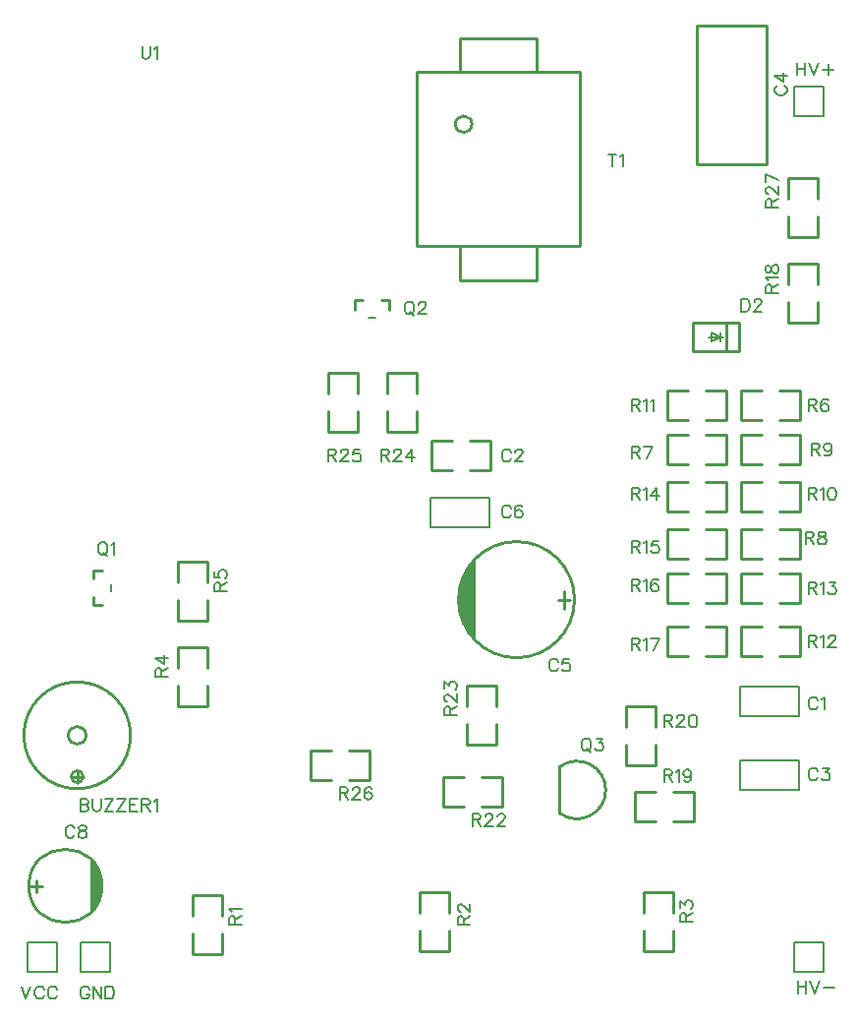
<source format=gto>
G04 ---------------------------- Layer name :TOP SILK LAYER*
G04 EasyEDA v5.6.10, Thu, 22 Nov 2018 09:31:26 GMT*
G04 a978b3f8f09b4219873cbd73095df268*
G04 Gerber Generator version 0.2*
G04 Scale: 100 percent, Rotated: No, Reflected: No *
G04 Dimensions in inches *
G04 leading zeros omitted , absolute positions ,2 integer and 4 decimal *
%FSLAX24Y24*%
%MOIN*%
G90*
G70D02*

%ADD10C,0.010000*%
%ADD13C,0.008000*%
%ADD29C,0.007874*%
%ADD30C,0.007900*%
%ADD31C,0.007992*%
%ADD32C,0.005000*%
%ADD33C,0.007000*%

%LPD*%
G54D10*
G01X2600Y8500D02*
G01X2200Y8500D01*
G01X2400Y8300D02*
G01X2400Y8700D01*
G01X7300Y3800D02*
G01X7300Y4500D01*
G01X6300Y4500D01*
G01X6300Y3800D01*
G01X6300Y3200D02*
G01X6300Y2500D01*
G01X7300Y2500D01*
G01X7300Y3200D01*
G01X15000Y3900D02*
G01X15000Y4600D01*
G01X14000Y4600D01*
G01X14000Y3900D01*
G01X14000Y3300D02*
G01X14000Y2600D01*
G01X15000Y2600D01*
G01X15000Y3300D01*
G01X22600Y3900D02*
G01X22600Y4600D01*
G01X21600Y4600D01*
G01X21600Y3900D01*
G01X21600Y3300D02*
G01X21600Y2600D01*
G01X22600Y2600D01*
G01X22600Y3300D01*
G01X12714Y24655D02*
G01X12975Y24655D01*
G01X12714Y24655D01*
G01X12975Y24655D01*
G01X12975Y24334D01*
G01X11825Y24334D02*
G01X11825Y24655D01*
G01X12085Y24655D01*
G54D29*
G01X12281Y24046D02*
G01X12518Y24046D01*
G54D10*
G01X26200Y20600D02*
G01X26900Y20600D01*
G01X26900Y21600D01*
G01X26200Y21600D01*
G01X25600Y21600D02*
G01X24900Y21600D01*
G01X24900Y20600D01*
G01X25600Y20600D01*
G01X26200Y12600D02*
G01X26900Y12600D01*
G01X26900Y13600D01*
G01X26200Y13600D01*
G01X25600Y13600D02*
G01X24900Y13600D01*
G01X24900Y12600D01*
G01X25600Y12600D01*
G01X26200Y15900D02*
G01X26900Y15900D01*
G01X26900Y16900D01*
G01X26200Y16900D01*
G01X25600Y16900D02*
G01X24900Y16900D01*
G01X24900Y15900D01*
G01X25600Y15900D01*
G01X23100Y20100D02*
G01X22400Y20100D01*
G01X22400Y19100D01*
G01X23100Y19100D01*
G01X23700Y19100D02*
G01X24400Y19100D01*
G01X24400Y20100D01*
G01X23700Y20100D01*
G01X26200Y19100D02*
G01X26900Y19100D01*
G01X26900Y20100D01*
G01X26200Y20100D01*
G01X25600Y20100D02*
G01X24900Y20100D01*
G01X24900Y19100D01*
G01X25600Y19100D01*
G01X26200Y17500D02*
G01X26900Y17500D01*
G01X26900Y18500D01*
G01X26200Y18500D01*
G01X25600Y18500D02*
G01X24900Y18500D01*
G01X24900Y17500D01*
G01X25600Y17500D01*
G01X23100Y21600D02*
G01X22400Y21600D01*
G01X22400Y20600D01*
G01X23100Y20600D01*
G01X23700Y20600D02*
G01X24400Y20600D01*
G01X24400Y21600D01*
G01X23700Y21600D01*
G01X26200Y14400D02*
G01X26900Y14400D01*
G01X26900Y15400D01*
G01X26200Y15400D01*
G01X25600Y15400D02*
G01X24900Y15400D01*
G01X24900Y14400D01*
G01X25600Y14400D01*
G01X23100Y18500D02*
G01X22400Y18500D01*
G01X22400Y17500D01*
G01X23100Y17500D01*
G01X23700Y17500D02*
G01X24400Y17500D01*
G01X24400Y18500D01*
G01X23700Y18500D01*
G01X23100Y16900D02*
G01X22400Y16900D01*
G01X22400Y15900D01*
G01X23100Y15900D01*
G01X23700Y15900D02*
G01X24400Y15900D01*
G01X24400Y16900D01*
G01X23700Y16900D01*
G01X23100Y15400D02*
G01X22400Y15400D01*
G01X22400Y14400D01*
G01X23100Y14400D01*
G01X23700Y14400D02*
G01X24400Y14400D01*
G01X24400Y15400D01*
G01X23700Y15400D01*
G01X23100Y13600D02*
G01X22400Y13600D01*
G01X22400Y12600D01*
G01X23100Y12600D01*
G01X23700Y12600D02*
G01X24400Y12600D01*
G01X24400Y13600D01*
G01X23700Y13600D01*
G54D30*
G01X26889Y11569D02*
G01X24889Y11569D01*
G01X24889Y10569D01*
G01X26889Y10569D01*
G01X26889Y11569D01*
G54D10*
G01X19450Y32380D02*
G01X13930Y32380D01*
G01X13930Y32380D02*
G01X13930Y26480D01*
G01X13930Y26480D02*
G01X19450Y26480D01*
G01X19450Y26480D02*
G01X19450Y32380D01*
G01X15389Y32400D02*
G01X15389Y33530D01*
G01X15389Y33530D02*
G01X17989Y33530D01*
G01X17989Y33530D02*
G01X17989Y32390D01*
G01X15389Y26469D02*
G01X15389Y25330D01*
G01X15389Y25330D02*
G01X17989Y25330D01*
G01X17989Y25330D02*
G01X17989Y26469D01*
G01X22000Y8000D02*
G01X21300Y8000D01*
G01X21300Y7000D01*
G01X22000Y7000D01*
G01X22600Y7000D02*
G01X23300Y7000D01*
G01X23300Y8000D01*
G01X22600Y8000D01*
G01X22000Y10200D02*
G01X22000Y10900D01*
G01X21000Y10900D01*
G01X21000Y10200D01*
G01X21000Y9600D02*
G01X21000Y8900D01*
G01X22000Y8900D01*
G01X22000Y9600D01*
G54D30*
G01X26889Y9069D02*
G01X24889Y9069D01*
G01X24889Y8069D01*
G01X26889Y8069D01*
G01X26889Y9069D01*
G54D10*
G01X16100Y7500D02*
G01X16800Y7500D01*
G01X16800Y8500D01*
G01X16100Y8500D01*
G01X15500Y8500D02*
G01X14800Y8500D01*
G01X14800Y7500D01*
G01X15500Y7500D01*
G01X15600Y10300D02*
G01X15600Y9600D01*
G01X16600Y9600D01*
G01X16600Y10300D01*
G01X16600Y10900D02*
G01X16600Y11600D01*
G01X15600Y11600D01*
G01X15600Y10900D01*
G01X18760Y7269D02*
G01X18760Y8828D01*
G01X12900Y20900D02*
G01X12900Y20200D01*
G01X13900Y20200D01*
G01X13900Y20900D01*
G01X13900Y21500D02*
G01X13900Y22200D01*
G01X12900Y22200D01*
G01X12900Y21500D01*
G01X10900Y20900D02*
G01X10900Y20200D01*
G01X11900Y20200D01*
G01X11900Y20900D01*
G01X11900Y21500D02*
G01X11900Y22200D01*
G01X10900Y22200D01*
G01X10900Y21500D01*
G01X11600Y8400D02*
G01X12300Y8400D01*
G01X12300Y9400D01*
G01X11600Y9400D01*
G01X11000Y9400D02*
G01X10300Y9400D01*
G01X10300Y8400D01*
G01X11000Y8400D01*
G54D13*
G01X27700Y30900D02*
G01X26700Y30900D01*
G01X26700Y31900D01*
G01X27700Y31900D01*
G01X27700Y31150D01*
G54D31*
G01X27700Y30900D02*
G01X27700Y31150D01*
G54D13*
G01X27700Y2900D02*
G01X27700Y1900D01*
G01X26700Y1900D01*
G01X26700Y2900D01*
G01X27450Y2900D01*
G54D31*
G01X27700Y2900D02*
G01X27450Y2900D01*
G54D10*
G01X19100Y14500D02*
G01X18700Y14500D01*
G01X18900Y14200D02*
G01X18900Y14800D01*
G01X25781Y33961D02*
G01X25781Y29238D01*
G01X25781Y29238D02*
G01X23418Y29238D01*
G01X23418Y29238D02*
G01X23418Y33961D01*
G01X23418Y33961D02*
G01X25781Y33961D01*
G54D13*
G01X1700Y1900D02*
G01X700Y1900D01*
G01X700Y2900D01*
G01X1700Y2900D01*
G01X1700Y2150D01*
G54D31*
G01X1700Y1900D02*
G01X1700Y2150D01*
G54D13*
G01X3500Y1900D02*
G01X2500Y1900D01*
G01X2500Y2900D01*
G01X3500Y2900D01*
G01X3500Y2150D01*
G54D31*
G01X3500Y1900D02*
G01X3500Y2150D01*
G54D10*
G01X15100Y19900D02*
G01X14400Y19900D01*
G01X14400Y18900D01*
G01X15100Y18900D01*
G01X15700Y18900D02*
G01X16400Y18900D01*
G01X16400Y19900D01*
G01X15700Y19900D01*
G54D32*
G01X23813Y23400D02*
G01X24313Y23400D01*
G01X23913Y23400D02*
G01X23913Y23250D01*
G01X23913Y23250D02*
G01X24213Y23400D01*
G01X24213Y23400D02*
G01X24213Y23250D01*
G01X23913Y23400D02*
G01X23913Y23550D01*
G01X23913Y23550D02*
G01X24213Y23400D01*
G01X24213Y23400D02*
G01X24213Y23550D01*
G54D10*
G01X24850Y23892D02*
G01X24850Y22907D01*
G01X24850Y22907D02*
G01X23276Y22907D01*
G01X23276Y22907D02*
G01X23276Y23892D01*
G01X23276Y23892D02*
G01X24850Y23892D01*
G01X24400Y23890D02*
G01X24400Y22909D01*
G54D30*
G01X16389Y17969D02*
G01X14389Y17969D01*
G01X14389Y16969D01*
G01X16389Y16969D01*
G01X16389Y17969D01*
G54D10*
G01X2944Y15215D02*
G01X2944Y15475D01*
G01X2944Y15215D01*
G01X2944Y15475D01*
G01X3265Y15475D01*
G01X3265Y14325D02*
G01X2944Y14325D01*
G01X2944Y14584D01*
G54D29*
G01X3553Y14782D02*
G01X3553Y15017D01*
G54D10*
G01X6800Y15100D02*
G01X6800Y15800D01*
G01X5800Y15800D01*
G01X5800Y15100D01*
G01X5800Y14500D02*
G01X5800Y13800D01*
G01X6800Y13800D01*
G01X6800Y14500D01*
G01X5800Y11600D02*
G01X5800Y10900D01*
G01X6800Y10900D01*
G01X6800Y11600D01*
G01X6800Y12200D02*
G01X6800Y12900D01*
G01X5800Y12900D01*
G01X5800Y12200D01*
G01X800Y4800D02*
G01X1200Y4800D01*
G01X1000Y5000D02*
G01X1000Y4600D01*
G01X26500Y27500D02*
G01X26500Y26800D01*
G01X27500Y26800D01*
G01X27500Y27500D01*
G01X27500Y28100D02*
G01X27500Y28800D01*
G01X26500Y28800D01*
G01X26500Y28100D01*
G01X26501Y24600D02*
G01X26501Y23900D01*
G01X27501Y23900D01*
G01X27501Y24600D01*
G01X27501Y25200D02*
G01X27501Y25900D01*
G01X26501Y25900D01*
G01X26501Y25200D01*
G54D33*
G01X2500Y7744D02*
G01X2500Y7315D01*
G01X2500Y7744D02*
G01X2684Y7744D01*
G01X2744Y7725D01*
G01X2765Y7705D01*
G01X2786Y7663D01*
G01X2786Y7623D01*
G01X2765Y7582D01*
G01X2744Y7561D01*
G01X2684Y7540D01*
G01X2500Y7540D02*
G01X2684Y7540D01*
G01X2744Y7519D01*
G01X2765Y7500D01*
G01X2786Y7459D01*
G01X2786Y7398D01*
G01X2765Y7357D01*
G01X2744Y7336D01*
G01X2684Y7315D01*
G01X2500Y7315D01*
G01X2921Y7744D02*
G01X2921Y7438D01*
G01X2942Y7376D01*
G01X2982Y7336D01*
G01X3044Y7315D01*
G01X3084Y7315D01*
G01X3146Y7336D01*
G01X3186Y7376D01*
G01X3207Y7438D01*
G01X3207Y7744D01*
G01X3628Y7744D02*
G01X3342Y7315D01*
G01X3342Y7744D02*
G01X3628Y7744D01*
G01X3342Y7315D02*
G01X3628Y7315D01*
G01X4050Y7744D02*
G01X3763Y7315D01*
G01X3763Y7744D02*
G01X4050Y7744D01*
G01X3763Y7315D02*
G01X4050Y7315D01*
G01X4184Y7744D02*
G01X4184Y7315D01*
G01X4184Y7744D02*
G01X4451Y7744D01*
G01X4184Y7540D02*
G01X4348Y7540D01*
G01X4184Y7315D02*
G01X4451Y7315D01*
G01X4586Y7744D02*
G01X4586Y7315D01*
G01X4586Y7744D02*
G01X4769Y7744D01*
G01X4832Y7725D01*
G01X4851Y7705D01*
G01X4873Y7663D01*
G01X4873Y7623D01*
G01X4851Y7582D01*
G01X4832Y7561D01*
G01X4769Y7540D01*
G01X4586Y7540D01*
G01X4730Y7540D02*
G01X4873Y7315D01*
G01X5007Y7663D02*
G01X5048Y7684D01*
G01X5109Y7744D01*
G01X5109Y7315D01*
G01X7555Y3500D02*
G01X7984Y3500D01*
G01X7555Y3500D02*
G01X7555Y3684D01*
G01X7575Y3744D01*
G01X7594Y3765D01*
G01X7636Y3786D01*
G01X7676Y3786D01*
G01X7717Y3765D01*
G01X7738Y3744D01*
G01X7759Y3684D01*
G01X7759Y3500D01*
G01X7759Y3642D02*
G01X7984Y3786D01*
G01X7636Y3921D02*
G01X7615Y3961D01*
G01X7555Y4023D01*
G01X7984Y4023D01*
G01X15300Y3491D02*
G01X15729Y3491D01*
G01X15300Y3491D02*
G01X15300Y3675D01*
G01X15320Y3736D01*
G01X15340Y3757D01*
G01X15381Y3777D01*
G01X15422Y3777D01*
G01X15463Y3757D01*
G01X15484Y3736D01*
G01X15504Y3675D01*
G01X15504Y3491D01*
G01X15504Y3634D02*
G01X15729Y3777D01*
G01X15402Y3933D02*
G01X15381Y3933D01*
G01X15340Y3953D01*
G01X15320Y3974D01*
G01X15300Y4015D01*
G01X15300Y4096D01*
G01X15320Y4137D01*
G01X15340Y4158D01*
G01X15381Y4178D01*
G01X15422Y4178D01*
G01X15463Y4158D01*
G01X15525Y4117D01*
G01X15729Y3912D01*
G01X15729Y4199D01*
G01X22855Y3600D02*
G01X23284Y3600D01*
G01X22855Y3600D02*
G01X22855Y3784D01*
G01X22875Y3844D01*
G01X22894Y3865D01*
G01X22935Y3886D01*
G01X22977Y3886D01*
G01X23018Y3865D01*
G01X23039Y3844D01*
G01X23059Y3784D01*
G01X23059Y3600D01*
G01X23059Y3742D02*
G01X23284Y3886D01*
G01X22855Y4061D02*
G01X22855Y4286D01*
G01X23018Y4165D01*
G01X23018Y4226D01*
G01X23039Y4267D01*
G01X23059Y4286D01*
G01X23119Y4307D01*
G01X23160Y4307D01*
G01X23222Y4286D01*
G01X23264Y4246D01*
G01X23284Y4184D01*
G01X23284Y4123D01*
G01X23264Y4061D01*
G01X23243Y4042D01*
G01X23202Y4021D01*
G01X13622Y24600D02*
G01X13581Y24580D01*
G01X13540Y24538D01*
G01X13519Y24498D01*
G01X13500Y24436D01*
G01X13500Y24334D01*
G01X13519Y24273D01*
G01X13540Y24232D01*
G01X13581Y24190D01*
G01X13622Y24171D01*
G01X13705Y24171D01*
G01X13744Y24190D01*
G01X13785Y24232D01*
G01X13806Y24273D01*
G01X13827Y24334D01*
G01X13827Y24436D01*
G01X13806Y24498D01*
G01X13785Y24538D01*
G01X13744Y24580D01*
G01X13705Y24600D01*
G01X13622Y24600D01*
G01X13684Y24253D02*
G01X13806Y24130D01*
G01X13982Y24498D02*
G01X13982Y24519D01*
G01X14002Y24559D01*
G01X14023Y24580D01*
G01X14064Y24600D01*
G01X14146Y24600D01*
G01X14186Y24580D01*
G01X14207Y24559D01*
G01X14227Y24519D01*
G01X14227Y24478D01*
G01X14207Y24436D01*
G01X14167Y24375D01*
G01X13961Y24171D01*
G01X14248Y24171D01*
G01X27200Y21300D02*
G01X27200Y20871D01*
G01X27200Y21300D02*
G01X27384Y21300D01*
G01X27444Y21280D01*
G01X27465Y21259D01*
G01X27485Y21219D01*
G01X27485Y21178D01*
G01X27465Y21136D01*
G01X27444Y21115D01*
G01X27384Y21096D01*
G01X27200Y21096D01*
G01X27343Y21096D02*
G01X27485Y20871D01*
G01X27867Y21238D02*
G01X27846Y21280D01*
G01X27785Y21300D01*
G01X27743Y21300D01*
G01X27682Y21280D01*
G01X27642Y21219D01*
G01X27621Y21115D01*
G01X27621Y21013D01*
G01X27642Y20932D01*
G01X27682Y20890D01*
G01X27743Y20871D01*
G01X27764Y20871D01*
G01X27826Y20890D01*
G01X27867Y20932D01*
G01X27886Y20994D01*
G01X27886Y21013D01*
G01X27867Y21075D01*
G01X27826Y21115D01*
G01X27764Y21136D01*
G01X27743Y21136D01*
G01X27682Y21115D01*
G01X27642Y21075D01*
G01X27621Y21013D01*
G01X27200Y13300D02*
G01X27200Y12871D01*
G01X27200Y13300D02*
G01X27384Y13300D01*
G01X27444Y13280D01*
G01X27465Y13259D01*
G01X27485Y13219D01*
G01X27485Y13178D01*
G01X27465Y13136D01*
G01X27444Y13115D01*
G01X27384Y13096D01*
G01X27200Y13096D01*
G01X27343Y13096D02*
G01X27485Y12871D01*
G01X27621Y13219D02*
G01X27661Y13238D01*
G01X27723Y13300D01*
G01X27723Y12871D01*
G01X27878Y13198D02*
G01X27878Y13219D01*
G01X27900Y13259D01*
G01X27919Y13280D01*
G01X27960Y13300D01*
G01X28043Y13300D01*
G01X28084Y13280D01*
G01X28103Y13259D01*
G01X28125Y13219D01*
G01X28125Y13178D01*
G01X28103Y13136D01*
G01X28063Y13075D01*
G01X27859Y12871D01*
G01X28144Y12871D01*
G01X27100Y16800D02*
G01X27100Y16371D01*
G01X27100Y16800D02*
G01X27284Y16800D01*
G01X27344Y16780D01*
G01X27365Y16759D01*
G01X27385Y16719D01*
G01X27385Y16678D01*
G01X27365Y16636D01*
G01X27344Y16615D01*
G01X27284Y16596D01*
G01X27100Y16596D01*
G01X27243Y16596D02*
G01X27385Y16371D01*
G01X27623Y16800D02*
G01X27561Y16780D01*
G01X27542Y16738D01*
G01X27542Y16698D01*
G01X27561Y16657D01*
G01X27602Y16636D01*
G01X27685Y16615D01*
G01X27746Y16596D01*
G01X27786Y16555D01*
G01X27807Y16513D01*
G01X27807Y16453D01*
G01X27786Y16411D01*
G01X27767Y16390D01*
G01X27705Y16371D01*
G01X27623Y16371D01*
G01X27561Y16390D01*
G01X27542Y16411D01*
G01X27521Y16453D01*
G01X27521Y16513D01*
G01X27542Y16555D01*
G01X27582Y16596D01*
G01X27643Y16615D01*
G01X27726Y16636D01*
G01X27767Y16657D01*
G01X27786Y16698D01*
G01X27786Y16738D01*
G01X27767Y16780D01*
G01X27705Y16800D01*
G01X27623Y16800D01*
G01X21200Y19700D02*
G01X21200Y19271D01*
G01X21200Y19700D02*
G01X21384Y19700D01*
G01X21444Y19680D01*
G01X21465Y19659D01*
G01X21485Y19619D01*
G01X21485Y19578D01*
G01X21465Y19536D01*
G01X21444Y19515D01*
G01X21384Y19496D01*
G01X21200Y19496D01*
G01X21343Y19496D02*
G01X21485Y19271D01*
G01X21907Y19700D02*
G01X21702Y19271D01*
G01X21621Y19700D02*
G01X21907Y19700D01*
G01X27300Y19800D02*
G01X27300Y19371D01*
G01X27300Y19800D02*
G01X27484Y19800D01*
G01X27544Y19780D01*
G01X27565Y19759D01*
G01X27585Y19719D01*
G01X27585Y19678D01*
G01X27565Y19636D01*
G01X27544Y19615D01*
G01X27484Y19596D01*
G01X27300Y19596D01*
G01X27443Y19596D02*
G01X27585Y19371D01*
G01X27986Y19657D02*
G01X27967Y19596D01*
G01X27926Y19555D01*
G01X27864Y19534D01*
G01X27843Y19534D01*
G01X27782Y19555D01*
G01X27742Y19596D01*
G01X27721Y19657D01*
G01X27721Y19678D01*
G01X27742Y19738D01*
G01X27782Y19780D01*
G01X27843Y19800D01*
G01X27864Y19800D01*
G01X27926Y19780D01*
G01X27967Y19738D01*
G01X27986Y19657D01*
G01X27986Y19555D01*
G01X27967Y19453D01*
G01X27926Y19390D01*
G01X27864Y19371D01*
G01X27823Y19371D01*
G01X27761Y19390D01*
G01X27742Y19432D01*
G01X27200Y18300D02*
G01X27200Y17871D01*
G01X27200Y18300D02*
G01X27384Y18300D01*
G01X27444Y18280D01*
G01X27465Y18259D01*
G01X27485Y18219D01*
G01X27485Y18178D01*
G01X27465Y18136D01*
G01X27444Y18115D01*
G01X27384Y18096D01*
G01X27200Y18096D01*
G01X27343Y18096D02*
G01X27485Y17871D01*
G01X27621Y18219D02*
G01X27661Y18238D01*
G01X27723Y18300D01*
G01X27723Y17871D01*
G01X27981Y18300D02*
G01X27919Y18280D01*
G01X27878Y18219D01*
G01X27859Y18115D01*
G01X27859Y18055D01*
G01X27878Y17953D01*
G01X27919Y17890D01*
G01X27981Y17871D01*
G01X28022Y17871D01*
G01X28084Y17890D01*
G01X28125Y17953D01*
G01X28144Y18055D01*
G01X28144Y18115D01*
G01X28125Y18219D01*
G01X28084Y18280D01*
G01X28022Y18300D01*
G01X27981Y18300D01*
G01X21200Y21300D02*
G01X21200Y20871D01*
G01X21200Y21300D02*
G01X21384Y21300D01*
G01X21444Y21280D01*
G01X21465Y21259D01*
G01X21485Y21219D01*
G01X21485Y21178D01*
G01X21465Y21136D01*
G01X21444Y21115D01*
G01X21384Y21096D01*
G01X21200Y21096D01*
G01X21343Y21096D02*
G01X21485Y20871D01*
G01X21621Y21219D02*
G01X21661Y21238D01*
G01X21723Y21300D01*
G01X21723Y20871D01*
G01X21859Y21219D02*
G01X21900Y21238D01*
G01X21960Y21300D01*
G01X21960Y20871D01*
G01X27200Y15100D02*
G01X27200Y14671D01*
G01X27200Y15100D02*
G01X27384Y15100D01*
G01X27444Y15080D01*
G01X27465Y15059D01*
G01X27485Y15019D01*
G01X27485Y14978D01*
G01X27465Y14936D01*
G01X27444Y14915D01*
G01X27384Y14896D01*
G01X27200Y14896D01*
G01X27343Y14896D02*
G01X27485Y14671D01*
G01X27621Y15019D02*
G01X27661Y15038D01*
G01X27723Y15100D01*
G01X27723Y14671D01*
G01X27900Y15100D02*
G01X28125Y15100D01*
G01X28002Y14936D01*
G01X28063Y14936D01*
G01X28103Y14915D01*
G01X28125Y14896D01*
G01X28144Y14834D01*
G01X28144Y14794D01*
G01X28125Y14732D01*
G01X28084Y14690D01*
G01X28022Y14671D01*
G01X27960Y14671D01*
G01X27900Y14690D01*
G01X27878Y14711D01*
G01X27859Y14753D01*
G01X21200Y18300D02*
G01X21200Y17871D01*
G01X21200Y18300D02*
G01X21384Y18300D01*
G01X21444Y18280D01*
G01X21465Y18259D01*
G01X21485Y18219D01*
G01X21485Y18178D01*
G01X21465Y18136D01*
G01X21444Y18115D01*
G01X21384Y18096D01*
G01X21200Y18096D01*
G01X21343Y18096D02*
G01X21485Y17871D01*
G01X21621Y18219D02*
G01X21661Y18238D01*
G01X21723Y18300D01*
G01X21723Y17871D01*
G01X22063Y18300D02*
G01X21859Y18013D01*
G01X22164Y18013D01*
G01X22063Y18300D02*
G01X22063Y17871D01*
G01X21200Y16500D02*
G01X21200Y16071D01*
G01X21200Y16500D02*
G01X21384Y16500D01*
G01X21444Y16480D01*
G01X21465Y16459D01*
G01X21485Y16419D01*
G01X21485Y16378D01*
G01X21465Y16336D01*
G01X21444Y16315D01*
G01X21384Y16296D01*
G01X21200Y16296D01*
G01X21343Y16296D02*
G01X21485Y16071D01*
G01X21621Y16419D02*
G01X21661Y16438D01*
G01X21723Y16500D01*
G01X21723Y16071D01*
G01X22103Y16500D02*
G01X21900Y16500D01*
G01X21878Y16315D01*
G01X21900Y16336D01*
G01X21960Y16357D01*
G01X22022Y16357D01*
G01X22084Y16336D01*
G01X22125Y16296D01*
G01X22144Y16234D01*
G01X22144Y16194D01*
G01X22125Y16132D01*
G01X22084Y16090D01*
G01X22022Y16071D01*
G01X21960Y16071D01*
G01X21900Y16090D01*
G01X21878Y16111D01*
G01X21859Y16153D01*
G01X21200Y15200D02*
G01X21200Y14771D01*
G01X21200Y15200D02*
G01X21384Y15200D01*
G01X21444Y15180D01*
G01X21465Y15159D01*
G01X21485Y15119D01*
G01X21485Y15078D01*
G01X21465Y15036D01*
G01X21444Y15015D01*
G01X21384Y14996D01*
G01X21200Y14996D01*
G01X21343Y14996D02*
G01X21485Y14771D01*
G01X21621Y15119D02*
G01X21661Y15138D01*
G01X21723Y15200D01*
G01X21723Y14771D01*
G01X22103Y15138D02*
G01X22084Y15180D01*
G01X22022Y15200D01*
G01X21981Y15200D01*
G01X21919Y15180D01*
G01X21878Y15119D01*
G01X21859Y15015D01*
G01X21859Y14913D01*
G01X21878Y14832D01*
G01X21919Y14790D01*
G01X21981Y14771D01*
G01X22002Y14771D01*
G01X22063Y14790D01*
G01X22103Y14832D01*
G01X22125Y14894D01*
G01X22125Y14913D01*
G01X22103Y14975D01*
G01X22063Y15015D01*
G01X22002Y15036D01*
G01X21981Y15036D01*
G01X21919Y15015D01*
G01X21878Y14975D01*
G01X21859Y14913D01*
G01X21200Y13200D02*
G01X21200Y12771D01*
G01X21200Y13200D02*
G01X21384Y13200D01*
G01X21444Y13180D01*
G01X21465Y13159D01*
G01X21485Y13119D01*
G01X21485Y13078D01*
G01X21465Y13036D01*
G01X21444Y13015D01*
G01X21384Y12996D01*
G01X21200Y12996D01*
G01X21343Y12996D02*
G01X21485Y12771D01*
G01X21621Y13119D02*
G01X21661Y13138D01*
G01X21723Y13200D01*
G01X21723Y12771D01*
G01X22144Y13200D02*
G01X21939Y12771D01*
G01X21859Y13200D02*
G01X22144Y13200D01*
G01X27506Y11098D02*
G01X27485Y11138D01*
G01X27444Y11180D01*
G01X27405Y11200D01*
G01X27322Y11200D01*
G01X27281Y11180D01*
G01X27240Y11138D01*
G01X27219Y11098D01*
G01X27200Y11036D01*
G01X27200Y10934D01*
G01X27219Y10873D01*
G01X27240Y10832D01*
G01X27281Y10790D01*
G01X27322Y10771D01*
G01X27405Y10771D01*
G01X27444Y10790D01*
G01X27485Y10832D01*
G01X27506Y10873D01*
G01X27642Y11119D02*
G01X27682Y11138D01*
G01X27743Y11200D01*
G01X27743Y10771D01*
G01X20543Y29600D02*
G01X20543Y29171D01*
G01X20400Y29600D02*
G01X20685Y29600D01*
G01X20821Y29519D02*
G01X20861Y29538D01*
G01X20923Y29600D01*
G01X20923Y29171D01*
G01X22300Y8744D02*
G01X22300Y8315D01*
G01X22300Y8744D02*
G01X22484Y8744D01*
G01X22544Y8725D01*
G01X22565Y8705D01*
G01X22585Y8663D01*
G01X22585Y8623D01*
G01X22565Y8582D01*
G01X22544Y8561D01*
G01X22484Y8540D01*
G01X22300Y8540D01*
G01X22443Y8540D02*
G01X22585Y8315D01*
G01X22721Y8663D02*
G01X22761Y8684D01*
G01X22823Y8744D01*
G01X22823Y8315D01*
G01X23225Y8601D02*
G01X23203Y8540D01*
G01X23163Y8500D01*
G01X23102Y8480D01*
G01X23081Y8480D01*
G01X23019Y8500D01*
G01X22978Y8540D01*
G01X22959Y8601D01*
G01X22959Y8623D01*
G01X22978Y8684D01*
G01X23019Y8725D01*
G01X23081Y8744D01*
G01X23102Y8744D01*
G01X23163Y8725D01*
G01X23203Y8684D01*
G01X23225Y8601D01*
G01X23225Y8500D01*
G01X23203Y8398D01*
G01X23163Y8336D01*
G01X23102Y8315D01*
G01X23060Y8315D01*
G01X23000Y8336D01*
G01X22978Y8376D01*
G01X22300Y10600D02*
G01X22300Y10171D01*
G01X22300Y10600D02*
G01X22484Y10600D01*
G01X22544Y10580D01*
G01X22565Y10559D01*
G01X22585Y10519D01*
G01X22585Y10478D01*
G01X22565Y10436D01*
G01X22544Y10415D01*
G01X22484Y10396D01*
G01X22300Y10396D01*
G01X22443Y10396D02*
G01X22585Y10171D01*
G01X22742Y10498D02*
G01X22742Y10519D01*
G01X22761Y10559D01*
G01X22782Y10580D01*
G01X22823Y10600D01*
G01X22905Y10600D01*
G01X22946Y10580D01*
G01X22967Y10559D01*
G01X22986Y10519D01*
G01X22986Y10478D01*
G01X22967Y10436D01*
G01X22926Y10375D01*
G01X22721Y10171D01*
G01X23007Y10171D01*
G01X23264Y10600D02*
G01X23203Y10580D01*
G01X23163Y10519D01*
G01X23143Y10415D01*
G01X23143Y10355D01*
G01X23163Y10253D01*
G01X23203Y10190D01*
G01X23264Y10171D01*
G01X23306Y10171D01*
G01X23368Y10190D01*
G01X23409Y10253D01*
G01X23428Y10355D01*
G01X23428Y10415D01*
G01X23409Y10519D01*
G01X23368Y10580D01*
G01X23306Y10600D01*
G01X23264Y10600D01*
G01X27506Y8698D02*
G01X27485Y8738D01*
G01X27444Y8780D01*
G01X27405Y8800D01*
G01X27322Y8800D01*
G01X27281Y8780D01*
G01X27240Y8738D01*
G01X27219Y8698D01*
G01X27200Y8636D01*
G01X27200Y8534D01*
G01X27219Y8473D01*
G01X27240Y8432D01*
G01X27281Y8390D01*
G01X27322Y8371D01*
G01X27405Y8371D01*
G01X27444Y8390D01*
G01X27485Y8432D01*
G01X27506Y8473D01*
G01X27682Y8800D02*
G01X27907Y8800D01*
G01X27785Y8636D01*
G01X27846Y8636D01*
G01X27886Y8615D01*
G01X27907Y8596D01*
G01X27927Y8534D01*
G01X27927Y8494D01*
G01X27907Y8432D01*
G01X27867Y8390D01*
G01X27805Y8371D01*
G01X27743Y8371D01*
G01X27682Y8390D01*
G01X27661Y8411D01*
G01X27642Y8453D01*
G01X15800Y7244D02*
G01X15800Y6815D01*
G01X15800Y7244D02*
G01X15984Y7244D01*
G01X16044Y7225D01*
G01X16065Y7205D01*
G01X16085Y7163D01*
G01X16085Y7123D01*
G01X16065Y7082D01*
G01X16044Y7061D01*
G01X15984Y7040D01*
G01X15800Y7040D01*
G01X15943Y7040D02*
G01X16085Y6815D01*
G01X16242Y7142D02*
G01X16242Y7163D01*
G01X16261Y7205D01*
G01X16282Y7225D01*
G01X16323Y7244D01*
G01X16405Y7244D01*
G01X16446Y7225D01*
G01X16467Y7205D01*
G01X16486Y7163D01*
G01X16486Y7123D01*
G01X16467Y7082D01*
G01X16426Y7019D01*
G01X16221Y6815D01*
G01X16507Y6815D01*
G01X16663Y7142D02*
G01X16663Y7163D01*
G01X16684Y7205D01*
G01X16703Y7225D01*
G01X16744Y7244D01*
G01X16827Y7244D01*
G01X16868Y7225D01*
G01X16888Y7205D01*
G01X16909Y7163D01*
G01X16909Y7123D01*
G01X16888Y7082D01*
G01X16847Y7019D01*
G01X16643Y6815D01*
G01X16928Y6815D01*
G01X14855Y10600D02*
G01X15284Y10600D01*
G01X14855Y10600D02*
G01X14855Y10784D01*
G01X14875Y10844D01*
G01X14894Y10865D01*
G01X14935Y10886D01*
G01X14977Y10886D01*
G01X15018Y10865D01*
G01X15039Y10844D01*
G01X15059Y10784D01*
G01X15059Y10600D01*
G01X15059Y10742D02*
G01X15284Y10886D01*
G01X14956Y11042D02*
G01X14935Y11042D01*
G01X14894Y11061D01*
G01X14875Y11082D01*
G01X14855Y11123D01*
G01X14855Y11205D01*
G01X14875Y11246D01*
G01X14894Y11267D01*
G01X14935Y11286D01*
G01X14977Y11286D01*
G01X15018Y11267D01*
G01X15080Y11226D01*
G01X15284Y11021D01*
G01X15284Y11307D01*
G01X14855Y11484D02*
G01X14855Y11709D01*
G01X15018Y11586D01*
G01X15018Y11646D01*
G01X15039Y11688D01*
G01X15059Y11709D01*
G01X15119Y11728D01*
G01X15160Y11728D01*
G01X15222Y11709D01*
G01X15264Y11667D01*
G01X15284Y11605D01*
G01X15284Y11544D01*
G01X15264Y11484D01*
G01X15243Y11463D01*
G01X15202Y11442D01*
G01X19622Y9800D02*
G01X19581Y9780D01*
G01X19540Y9738D01*
G01X19519Y9698D01*
G01X19500Y9636D01*
G01X19500Y9534D01*
G01X19519Y9473D01*
G01X19540Y9432D01*
G01X19581Y9390D01*
G01X19622Y9371D01*
G01X19705Y9371D01*
G01X19744Y9390D01*
G01X19785Y9432D01*
G01X19806Y9473D01*
G01X19827Y9534D01*
G01X19827Y9636D01*
G01X19806Y9698D01*
G01X19785Y9738D01*
G01X19744Y9780D01*
G01X19705Y9800D01*
G01X19622Y9800D01*
G01X19684Y9453D02*
G01X19806Y9330D01*
G01X20002Y9800D02*
G01X20227Y9800D01*
G01X20105Y9636D01*
G01X20167Y9636D01*
G01X20207Y9615D01*
G01X20227Y9596D01*
G01X20248Y9534D01*
G01X20248Y9494D01*
G01X20227Y9432D01*
G01X20186Y9390D01*
G01X20126Y9371D01*
G01X20064Y9371D01*
G01X20002Y9390D01*
G01X19982Y9411D01*
G01X19961Y9453D01*
G01X12700Y19600D02*
G01X12700Y19171D01*
G01X12700Y19600D02*
G01X12884Y19600D01*
G01X12944Y19580D01*
G01X12965Y19559D01*
G01X12985Y19519D01*
G01X12985Y19478D01*
G01X12965Y19436D01*
G01X12944Y19415D01*
G01X12884Y19396D01*
G01X12700Y19396D01*
G01X12843Y19396D02*
G01X12985Y19171D01*
G01X13142Y19498D02*
G01X13142Y19519D01*
G01X13161Y19559D01*
G01X13182Y19580D01*
G01X13223Y19600D01*
G01X13305Y19600D01*
G01X13346Y19580D01*
G01X13367Y19559D01*
G01X13386Y19519D01*
G01X13386Y19478D01*
G01X13367Y19436D01*
G01X13326Y19375D01*
G01X13121Y19171D01*
G01X13407Y19171D01*
G01X13747Y19600D02*
G01X13543Y19313D01*
G01X13850Y19313D01*
G01X13747Y19600D02*
G01X13747Y19171D01*
G01X10900Y19600D02*
G01X10900Y19171D01*
G01X10900Y19600D02*
G01X11084Y19600D01*
G01X11144Y19580D01*
G01X11165Y19560D01*
G01X11185Y19519D01*
G01X11185Y19478D01*
G01X11165Y19437D01*
G01X11144Y19416D01*
G01X11084Y19396D01*
G01X10900Y19396D01*
G01X11043Y19396D02*
G01X11185Y19171D01*
G01X11342Y19498D02*
G01X11342Y19519D01*
G01X11361Y19560D01*
G01X11382Y19580D01*
G01X11423Y19600D01*
G01X11505Y19600D01*
G01X11546Y19580D01*
G01X11567Y19560D01*
G01X11586Y19519D01*
G01X11586Y19478D01*
G01X11567Y19437D01*
G01X11526Y19375D01*
G01X11321Y19171D01*
G01X11607Y19171D01*
G01X11988Y19600D02*
G01X11784Y19600D01*
G01X11763Y19416D01*
G01X11784Y19437D01*
G01X11844Y19457D01*
G01X11906Y19457D01*
G01X11968Y19437D01*
G01X12009Y19396D01*
G01X12028Y19335D01*
G01X12028Y19294D01*
G01X12009Y19232D01*
G01X11968Y19191D01*
G01X11906Y19171D01*
G01X11844Y19171D01*
G01X11784Y19191D01*
G01X11763Y19212D01*
G01X11743Y19253D01*
G01X11300Y8144D02*
G01X11300Y7715D01*
G01X11300Y8144D02*
G01X11484Y8144D01*
G01X11544Y8125D01*
G01X11565Y8105D01*
G01X11585Y8063D01*
G01X11585Y8023D01*
G01X11565Y7982D01*
G01X11544Y7961D01*
G01X11484Y7940D01*
G01X11300Y7940D01*
G01X11443Y7940D02*
G01X11585Y7715D01*
G01X11742Y8042D02*
G01X11742Y8063D01*
G01X11761Y8105D01*
G01X11782Y8125D01*
G01X11823Y8144D01*
G01X11905Y8144D01*
G01X11946Y8125D01*
G01X11967Y8105D01*
G01X11986Y8063D01*
G01X11986Y8023D01*
G01X11967Y7982D01*
G01X11926Y7919D01*
G01X11721Y7715D01*
G01X12007Y7715D01*
G01X12388Y8084D02*
G01X12368Y8125D01*
G01X12306Y8144D01*
G01X12264Y8144D01*
G01X12203Y8125D01*
G01X12163Y8063D01*
G01X12143Y7961D01*
G01X12143Y7859D01*
G01X12163Y7776D01*
G01X12203Y7736D01*
G01X12264Y7715D01*
G01X12285Y7715D01*
G01X12347Y7736D01*
G01X12388Y7776D01*
G01X12409Y7838D01*
G01X12409Y7859D01*
G01X12388Y7919D01*
G01X12347Y7961D01*
G01X12285Y7982D01*
G01X12264Y7982D01*
G01X12203Y7961D01*
G01X12163Y7919D01*
G01X12143Y7859D01*
G54D32*
G01X26800Y32700D02*
G01X26800Y32271D01*
G01X27085Y32700D02*
G01X27085Y32271D01*
G01X26800Y32496D02*
G01X27085Y32496D01*
G01X27221Y32700D02*
G01X27385Y32271D01*
G01X27548Y32700D02*
G01X27385Y32271D01*
G01X27868Y32638D02*
G01X27868Y32271D01*
G01X27684Y32455D02*
G01X28052Y32455D01*
G01X26844Y1592D02*
G01X26844Y1163D01*
G01X27130Y1592D02*
G01X27130Y1163D01*
G01X26844Y1388D02*
G01X27130Y1388D01*
G01X27265Y1592D02*
G01X27429Y1163D01*
G01X27593Y1592D02*
G01X27429Y1163D01*
G01X27728Y1348D02*
G01X28096Y1348D01*
G54D33*
G01X18706Y12398D02*
G01X18685Y12438D01*
G01X18644Y12480D01*
G01X18605Y12500D01*
G01X18522Y12500D01*
G01X18481Y12480D01*
G01X18440Y12438D01*
G01X18419Y12398D01*
G01X18400Y12336D01*
G01X18400Y12234D01*
G01X18419Y12173D01*
G01X18440Y12132D01*
G01X18481Y12090D01*
G01X18522Y12071D01*
G01X18605Y12071D01*
G01X18644Y12090D01*
G01X18685Y12132D01*
G01X18706Y12173D01*
G01X19086Y12500D02*
G01X18882Y12500D01*
G01X18861Y12315D01*
G01X18882Y12336D01*
G01X18943Y12357D01*
G01X19005Y12357D01*
G01X19067Y12336D01*
G01X19107Y12296D01*
G01X19127Y12234D01*
G01X19127Y12194D01*
G01X19107Y12132D01*
G01X19067Y12090D01*
G01X19005Y12071D01*
G01X18943Y12071D01*
G01X18882Y12090D01*
G01X18861Y12111D01*
G01X18842Y12153D01*
G01X26156Y31907D02*
G01X26115Y31886D01*
G01X26075Y31844D01*
G01X26055Y31805D01*
G01X26055Y31723D01*
G01X26075Y31682D01*
G01X26115Y31640D01*
G01X26156Y31619D01*
G01X26218Y31600D01*
G01X26319Y31600D01*
G01X26381Y31619D01*
G01X26422Y31640D01*
G01X26464Y31682D01*
G01X26484Y31723D01*
G01X26484Y31805D01*
G01X26464Y31844D01*
G01X26422Y31886D01*
G01X26381Y31907D01*
G01X26055Y32246D02*
G01X26340Y32042D01*
G01X26340Y32348D01*
G01X26055Y32246D02*
G01X26484Y32246D01*
G54D32*
G01X500Y1400D02*
G01X663Y971D01*
G01X826Y1400D02*
G01X663Y971D01*
G01X1269Y1298D02*
G01X1248Y1338D01*
G01X1207Y1380D01*
G01X1167Y1400D01*
G01X1084Y1400D01*
G01X1044Y1380D01*
G01X1003Y1338D01*
G01X982Y1298D01*
G01X961Y1236D01*
G01X961Y1134D01*
G01X982Y1073D01*
G01X1003Y1032D01*
G01X1044Y990D01*
G01X1084Y971D01*
G01X1167Y971D01*
G01X1207Y990D01*
G01X1248Y1032D01*
G01X1269Y1073D01*
G01X1711Y1298D02*
G01X1690Y1338D01*
G01X1650Y1380D01*
G01X1609Y1400D01*
G01X1526Y1400D01*
G01X1486Y1380D01*
G01X1444Y1338D01*
G01X1425Y1298D01*
G01X1403Y1236D01*
G01X1403Y1134D01*
G01X1425Y1073D01*
G01X1444Y1032D01*
G01X1486Y990D01*
G01X1526Y971D01*
G01X1609Y971D01*
G01X1650Y990D01*
G01X1690Y1032D01*
G01X1711Y1073D01*
G01X2807Y1298D02*
G01X2786Y1338D01*
G01X2744Y1380D01*
G01X2705Y1400D01*
G01X2623Y1400D01*
G01X2582Y1380D01*
G01X2540Y1338D01*
G01X2519Y1298D01*
G01X2500Y1236D01*
G01X2500Y1134D01*
G01X2519Y1073D01*
G01X2540Y1032D01*
G01X2582Y990D01*
G01X2623Y971D01*
G01X2705Y971D01*
G01X2744Y990D01*
G01X2786Y1032D01*
G01X2807Y1073D01*
G01X2807Y1134D01*
G01X2705Y1134D02*
G01X2807Y1134D01*
G01X2942Y1400D02*
G01X2942Y971D01*
G01X2942Y1400D02*
G01X3228Y971D01*
G01X3228Y1400D02*
G01X3228Y971D01*
G01X3363Y1400D02*
G01X3363Y971D01*
G01X3363Y1400D02*
G01X3505Y1400D01*
G01X3567Y1380D01*
G01X3609Y1338D01*
G01X3628Y1298D01*
G01X3650Y1236D01*
G01X3650Y1134D01*
G01X3628Y1073D01*
G01X3609Y1032D01*
G01X3567Y990D01*
G01X3505Y971D01*
G01X3363Y971D01*
G54D33*
G01X17106Y19498D02*
G01X17085Y19538D01*
G01X17044Y19580D01*
G01X17005Y19600D01*
G01X16922Y19600D01*
G01X16881Y19580D01*
G01X16840Y19538D01*
G01X16819Y19498D01*
G01X16800Y19436D01*
G01X16800Y19334D01*
G01X16819Y19273D01*
G01X16840Y19232D01*
G01X16881Y19190D01*
G01X16922Y19171D01*
G01X17005Y19171D01*
G01X17044Y19190D01*
G01X17085Y19232D01*
G01X17106Y19273D01*
G01X17261Y19498D02*
G01X17261Y19519D01*
G01X17282Y19559D01*
G01X17302Y19580D01*
G01X17343Y19600D01*
G01X17426Y19600D01*
G01X17467Y19580D01*
G01X17486Y19559D01*
G01X17507Y19519D01*
G01X17507Y19478D01*
G01X17486Y19436D01*
G01X17446Y19375D01*
G01X17242Y19171D01*
G01X17527Y19171D01*
G01X24925Y24696D02*
G01X24925Y24267D01*
G01X24925Y24696D02*
G01X25068Y24696D01*
G01X25130Y24677D01*
G01X25169Y24636D01*
G01X25190Y24594D01*
G01X25210Y24534D01*
G01X25210Y24432D01*
G01X25190Y24369D01*
G01X25169Y24328D01*
G01X25130Y24288D01*
G01X25068Y24267D01*
G01X24925Y24267D01*
G01X25367Y24594D02*
G01X25367Y24615D01*
G01X25386Y24657D01*
G01X25407Y24677D01*
G01X25448Y24696D01*
G01X25530Y24696D01*
G01X25571Y24677D01*
G01X25592Y24657D01*
G01X25611Y24615D01*
G01X25611Y24575D01*
G01X25592Y24534D01*
G01X25551Y24471D01*
G01X25346Y24267D01*
G01X25632Y24267D01*
G01X17107Y17598D02*
G01X17086Y17639D01*
G01X17045Y17680D01*
G01X17005Y17700D01*
G01X16923Y17700D01*
G01X16882Y17680D01*
G01X16841Y17639D01*
G01X16820Y17598D01*
G01X16800Y17537D01*
G01X16800Y17435D01*
G01X16820Y17373D01*
G01X16841Y17332D01*
G01X16882Y17291D01*
G01X16923Y17271D01*
G01X17005Y17271D01*
G01X17045Y17291D01*
G01X17086Y17332D01*
G01X17107Y17373D01*
G01X17487Y17639D02*
G01X17467Y17680D01*
G01X17405Y17700D01*
G01X17365Y17700D01*
G01X17303Y17680D01*
G01X17262Y17619D01*
G01X17242Y17516D01*
G01X17242Y17414D01*
G01X17262Y17332D01*
G01X17303Y17291D01*
G01X17365Y17271D01*
G01X17385Y17271D01*
G01X17446Y17291D01*
G01X17487Y17332D01*
G01X17508Y17394D01*
G01X17508Y17414D01*
G01X17487Y17475D01*
G01X17446Y17516D01*
G01X17385Y17537D01*
G01X17365Y17537D01*
G01X17303Y17516D01*
G01X17262Y17475D01*
G01X17242Y17414D01*
G01X4600Y33244D02*
G01X4600Y32938D01*
G01X4619Y32877D01*
G01X4661Y32836D01*
G01X4723Y32815D01*
G01X4763Y32815D01*
G01X4825Y32836D01*
G01X4865Y32877D01*
G01X4886Y32938D01*
G01X4886Y33244D01*
G01X5021Y33163D02*
G01X5061Y33184D01*
G01X5123Y33244D01*
G01X5123Y32815D01*
G01X3223Y16444D02*
G01X3182Y16425D01*
G01X3140Y16384D01*
G01X3119Y16342D01*
G01X3100Y16282D01*
G01X3100Y16180D01*
G01X3119Y16117D01*
G01X3140Y16076D01*
G01X3182Y16036D01*
G01X3223Y16015D01*
G01X3305Y16015D01*
G01X3344Y16036D01*
G01X3386Y16076D01*
G01X3407Y16117D01*
G01X3426Y16180D01*
G01X3426Y16282D01*
G01X3407Y16342D01*
G01X3386Y16384D01*
G01X3344Y16425D01*
G01X3305Y16444D01*
G01X3223Y16444D01*
G01X3284Y16098D02*
G01X3407Y15975D01*
G01X3561Y16363D02*
G01X3603Y16384D01*
G01X3665Y16444D01*
G01X3665Y16015D01*
G01X7055Y14800D02*
G01X7484Y14800D01*
G01X7055Y14800D02*
G01X7055Y14984D01*
G01X7075Y15044D01*
G01X7094Y15065D01*
G01X7136Y15086D01*
G01X7176Y15086D01*
G01X7217Y15065D01*
G01X7238Y15044D01*
G01X7259Y14984D01*
G01X7259Y14800D01*
G01X7259Y14942D02*
G01X7484Y15086D01*
G01X7055Y15467D02*
G01X7055Y15261D01*
G01X7238Y15242D01*
G01X7217Y15261D01*
G01X7198Y15323D01*
G01X7198Y15384D01*
G01X7217Y15446D01*
G01X7259Y15486D01*
G01X7319Y15507D01*
G01X7361Y15507D01*
G01X7423Y15486D01*
G01X7463Y15446D01*
G01X7484Y15384D01*
G01X7484Y15323D01*
G01X7463Y15261D01*
G01X7442Y15242D01*
G01X7401Y15221D01*
G01X5055Y11900D02*
G01X5484Y11900D01*
G01X5055Y11900D02*
G01X5055Y12084D01*
G01X5075Y12144D01*
G01X5094Y12165D01*
G01X5136Y12186D01*
G01X5176Y12186D01*
G01X5217Y12165D01*
G01X5238Y12144D01*
G01X5259Y12084D01*
G01X5259Y11900D01*
G01X5259Y12042D02*
G01X5484Y12186D01*
G01X5055Y12526D02*
G01X5340Y12321D01*
G01X5340Y12628D01*
G01X5055Y12526D02*
G01X5484Y12526D01*
G01X2307Y6742D02*
G01X2286Y6784D01*
G01X2244Y6825D01*
G01X2205Y6844D01*
G01X2123Y6844D01*
G01X2082Y6825D01*
G01X2040Y6784D01*
G01X2019Y6742D01*
G01X2000Y6682D01*
G01X2000Y6580D01*
G01X2019Y6517D01*
G01X2040Y6476D01*
G01X2082Y6436D01*
G01X2123Y6415D01*
G01X2205Y6415D01*
G01X2244Y6436D01*
G01X2286Y6476D01*
G01X2307Y6517D01*
G01X2544Y6844D02*
G01X2482Y6825D01*
G01X2461Y6784D01*
G01X2461Y6742D01*
G01X2482Y6701D01*
G01X2523Y6682D01*
G01X2605Y6661D01*
G01X2667Y6640D01*
G01X2707Y6600D01*
G01X2728Y6559D01*
G01X2728Y6498D01*
G01X2707Y6457D01*
G01X2686Y6436D01*
G01X2626Y6415D01*
G01X2544Y6415D01*
G01X2482Y6436D01*
G01X2461Y6457D01*
G01X2442Y6498D01*
G01X2442Y6559D01*
G01X2461Y6600D01*
G01X2503Y6640D01*
G01X2565Y6661D01*
G01X2646Y6682D01*
G01X2686Y6701D01*
G01X2707Y6742D01*
G01X2707Y6784D01*
G01X2686Y6825D01*
G01X2626Y6844D01*
G01X2544Y6844D01*
G01X25755Y27800D02*
G01X26184Y27800D01*
G01X25755Y27800D02*
G01X25755Y27984D01*
G01X25775Y28044D01*
G01X25794Y28065D01*
G01X25835Y28086D01*
G01X25877Y28086D01*
G01X25918Y28065D01*
G01X25939Y28044D01*
G01X25959Y27984D01*
G01X25959Y27800D01*
G01X25959Y27942D02*
G01X26184Y28086D01*
G01X25856Y28242D02*
G01X25835Y28242D01*
G01X25794Y28261D01*
G01X25775Y28282D01*
G01X25755Y28323D01*
G01X25755Y28405D01*
G01X25775Y28446D01*
G01X25794Y28467D01*
G01X25835Y28486D01*
G01X25877Y28486D01*
G01X25918Y28467D01*
G01X25980Y28426D01*
G01X26184Y28221D01*
G01X26184Y28507D01*
G01X25755Y28928D02*
G01X26184Y28725D01*
G01X25755Y28642D02*
G01X25755Y28928D01*
G01X25755Y24900D02*
G01X26184Y24900D01*
G01X25755Y24900D02*
G01X25755Y25084D01*
G01X25775Y25144D01*
G01X25794Y25165D01*
G01X25835Y25186D01*
G01X25877Y25186D01*
G01X25918Y25165D01*
G01X25939Y25144D01*
G01X25959Y25084D01*
G01X25959Y24900D01*
G01X25959Y25042D02*
G01X26184Y25186D01*
G01X25835Y25321D02*
G01X25815Y25361D01*
G01X25755Y25423D01*
G01X26184Y25423D01*
G01X25755Y25661D02*
G01X25775Y25600D01*
G01X25815Y25578D01*
G01X25856Y25578D01*
G01X25897Y25600D01*
G01X25918Y25640D01*
G01X25939Y25721D01*
G01X25959Y25784D01*
G01X26000Y25825D01*
G01X26040Y25844D01*
G01X26102Y25844D01*
G01X26143Y25825D01*
G01X26164Y25803D01*
G01X26184Y25742D01*
G01X26184Y25661D01*
G01X26164Y25600D01*
G01X26143Y25578D01*
G01X26102Y25559D01*
G01X26040Y25559D01*
G01X26000Y25578D01*
G01X25959Y25619D01*
G01X25939Y25680D01*
G01X25918Y25763D01*
G01X25897Y25803D01*
G01X25856Y25825D01*
G01X25815Y25825D01*
G01X25775Y25803D01*
G01X25755Y25742D01*
G01X25755Y25661D01*
G54D10*
G75*
G01X18759Y7270D02*
G3X18759Y8830I590J780D01*
G01*
G75*
G01X4211Y9900D02*
G03X4211Y9900I-1811J0D01*
G01*
G75*
G01X2600Y8500D02*
G03X2600Y8500I-200J0D01*
G01*
G75*
G01X2700Y9900D02*
G03X2700Y9900I-300J0D01*
G01*
G75*
G01X15790Y30610D02*
G03X15790Y30610I-280J0D01*
G01*
G75*
G01X19268Y14500D02*
G03X19268Y14500I-1968J0D01*
G01*
G75*
G01X3240Y4800D02*
G03X3240Y4800I-1240J0D01*
G01*

%LPD*%
G36*
G01X15400Y13900D02*
G01X15900Y13100D01*
G01X15900Y15900D01*
G01X15600Y15500D01*
G01X15400Y14900D01*
G01X15300Y14300D01*
G01X15400Y13900D01*
G37*

%LPD*%
G36*
G01X2850Y3900D02*
G01X2850Y5700D01*
G01X2850Y5700D01*
G01X2865Y5685D01*
G01X2881Y5670D01*
G01X2896Y5655D01*
G01X2911Y5640D01*
G01X2925Y5625D01*
G01X2940Y5609D01*
G01X2954Y5593D01*
G01X2968Y5577D01*
G01X2981Y5560D01*
G01X2995Y5543D01*
G01X3008Y5526D01*
G01X3020Y5509D01*
G01X3033Y5492D01*
G01X3045Y5474D01*
G01X3056Y5456D01*
G01X3068Y5438D01*
G01X3079Y5420D01*
G01X3090Y5401D01*
G01X3100Y5383D01*
G01X3110Y5364D01*
G01X3120Y5345D01*
G01X3129Y5326D01*
G01X3138Y5307D01*
G01X3147Y5287D01*
G01X3156Y5267D01*
G01X3164Y5248D01*
G01X3171Y5228D01*
G01X3179Y5208D01*
G01X3186Y5188D01*
G01X3192Y5167D01*
G01X3199Y5147D01*
G01X3205Y5126D01*
G01X3210Y5106D01*
G01X3215Y5085D01*
G01X3220Y5064D01*
G01X3225Y5043D01*
G01X3229Y5022D01*
G01X3233Y5001D01*
G01X3236Y4980D01*
G01X3239Y4959D01*
G01X3242Y4938D01*
G01X3244Y4917D01*
G01X3246Y4895D01*
G01X3247Y4874D01*
G01X3248Y4853D01*
G01X3249Y4832D01*
G01X3249Y4810D01*
G01X3249Y4789D01*
G01X3249Y4767D01*
G01X3248Y4746D01*
G01X3247Y4725D01*
G01X3246Y4704D01*
G01X3244Y4682D01*
G01X3242Y4661D01*
G01X3239Y4640D01*
G01X3236Y4619D01*
G01X3233Y4598D01*
G01X3229Y4577D01*
G01X3225Y4556D01*
G01X3220Y4535D01*
G01X3215Y4514D01*
G01X3210Y4493D01*
G01X3205Y4473D01*
G01X3199Y4452D01*
G01X3192Y4432D01*
G01X3186Y4411D01*
G01X3179Y4391D01*
G01X3171Y4371D01*
G01X3164Y4351D01*
G01X3156Y4332D01*
G01X3147Y4312D01*
G01X3138Y4292D01*
G01X3129Y4273D01*
G01X3120Y4254D01*
G01X3110Y4235D01*
G01X3100Y4216D01*
G01X3090Y4198D01*
G01X3079Y4179D01*
G01X3068Y4161D01*
G01X3056Y4143D01*
G01X3045Y4125D01*
G01X3033Y4107D01*
G01X3020Y4090D01*
G01X3008Y4073D01*
G01X2995Y4056D01*
G01X2981Y4039D01*
G01X2968Y4022D01*
G01X2954Y4006D01*
G01X2940Y3990D01*
G01X2925Y3974D01*
G01X2911Y3959D01*
G01X2896Y3944D01*
G01X2881Y3929D01*
G01X2865Y3914D01*
G01X2850Y3900D01*
G37*
M00*
M02*

</source>
